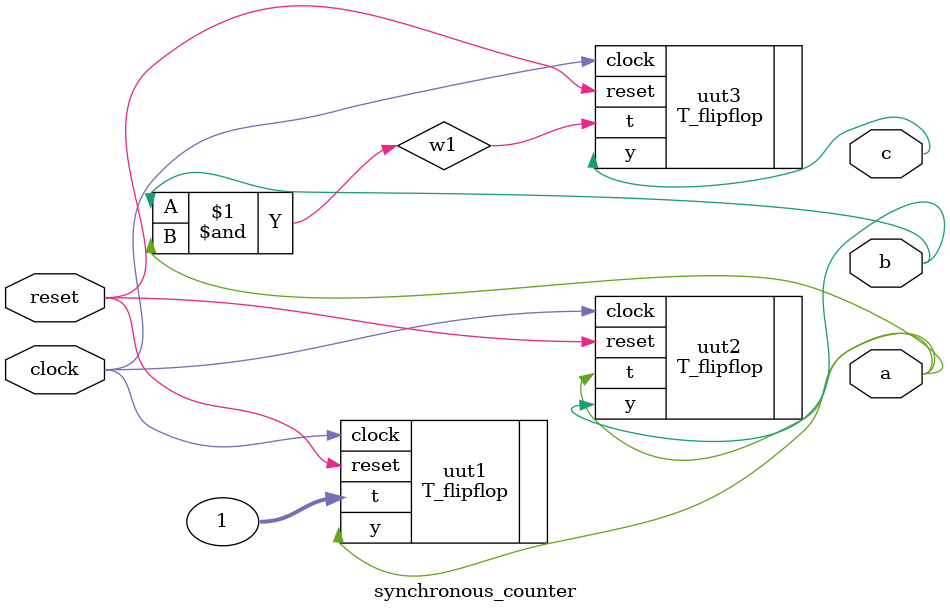
<source format=v>
module synchronous_counter(reset,a,b,c,clock);

input reset;
input clock;

wire w1;

output a;
output b;
output c;


and a1(w1,b,a);

T_flipflop uut1(.reset(reset),
                .clock(clock),
					 .t(1),
					 .y(a)
                );
					 
T_flipflop uut2(.reset(reset),
                .clock(clock),
					 .t(a),
					 .y(b)
                );
					 				 
T_flipflop uut3(.reset(reset),
                .clock(clock),
					 .t(w1),
					 .y(c)
                );					 					 


endmodule

</source>
